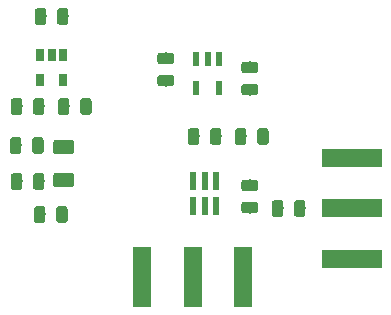
<source format=gbr>
G04 #@! TF.GenerationSoftware,KiCad,Pcbnew,(5.1.4)-1*
G04 #@! TF.CreationDate,2019-09-17T16:36:48-04:00*
G04 #@! TF.ProjectId,amplifier,616d706c-6966-4696-9572-2e6b69636164,rev?*
G04 #@! TF.SameCoordinates,Original*
G04 #@! TF.FileFunction,Paste,Top*
G04 #@! TF.FilePolarity,Positive*
%FSLAX46Y46*%
G04 Gerber Fmt 4.6, Leading zero omitted, Abs format (unit mm)*
G04 Created by KiCad (PCBNEW (5.1.4)-1) date 2019-09-17 16:36:48*
%MOMM*%
%LPD*%
G04 APERTURE LIST*
%ADD10R,0.650000X1.060000*%
%ADD11R,0.558800X1.270000*%
%ADD12C,0.100000*%
%ADD13C,0.975000*%
%ADD14C,1.250000*%
%ADD15R,1.500000X5.080000*%
%ADD16R,5.080000X1.500000*%
%ADD17R,0.530800X1.511200*%
G04 APERTURE END LIST*
D10*
X118552000Y-68156000D03*
X116652000Y-68156000D03*
X116652000Y-65956000D03*
X117602000Y-65956000D03*
X118552000Y-65956000D03*
D11*
X131762500Y-68783200D03*
X129857500Y-68783200D03*
X129857500Y-66344800D03*
X130810000Y-66344800D03*
X131762500Y-66344800D03*
D12*
G36*
X135746642Y-72199174D02*
G01*
X135770303Y-72202684D01*
X135793507Y-72208496D01*
X135816029Y-72216554D01*
X135837653Y-72226782D01*
X135858170Y-72239079D01*
X135877383Y-72253329D01*
X135895107Y-72269393D01*
X135911171Y-72287117D01*
X135925421Y-72306330D01*
X135937718Y-72326847D01*
X135947946Y-72348471D01*
X135956004Y-72370993D01*
X135961816Y-72394197D01*
X135965326Y-72417858D01*
X135966500Y-72441750D01*
X135966500Y-73354250D01*
X135965326Y-73378142D01*
X135961816Y-73401803D01*
X135956004Y-73425007D01*
X135947946Y-73447529D01*
X135937718Y-73469153D01*
X135925421Y-73489670D01*
X135911171Y-73508883D01*
X135895107Y-73526607D01*
X135877383Y-73542671D01*
X135858170Y-73556921D01*
X135837653Y-73569218D01*
X135816029Y-73579446D01*
X135793507Y-73587504D01*
X135770303Y-73593316D01*
X135746642Y-73596826D01*
X135722750Y-73598000D01*
X135235250Y-73598000D01*
X135211358Y-73596826D01*
X135187697Y-73593316D01*
X135164493Y-73587504D01*
X135141971Y-73579446D01*
X135120347Y-73569218D01*
X135099830Y-73556921D01*
X135080617Y-73542671D01*
X135062893Y-73526607D01*
X135046829Y-73508883D01*
X135032579Y-73489670D01*
X135020282Y-73469153D01*
X135010054Y-73447529D01*
X135001996Y-73425007D01*
X134996184Y-73401803D01*
X134992674Y-73378142D01*
X134991500Y-73354250D01*
X134991500Y-72441750D01*
X134992674Y-72417858D01*
X134996184Y-72394197D01*
X135001996Y-72370993D01*
X135010054Y-72348471D01*
X135020282Y-72326847D01*
X135032579Y-72306330D01*
X135046829Y-72287117D01*
X135062893Y-72269393D01*
X135080617Y-72253329D01*
X135099830Y-72239079D01*
X135120347Y-72226782D01*
X135141971Y-72216554D01*
X135164493Y-72208496D01*
X135187697Y-72202684D01*
X135211358Y-72199174D01*
X135235250Y-72198000D01*
X135722750Y-72198000D01*
X135746642Y-72199174D01*
X135746642Y-72199174D01*
G37*
D13*
X135479000Y-72898000D03*
D12*
G36*
X133871642Y-72199174D02*
G01*
X133895303Y-72202684D01*
X133918507Y-72208496D01*
X133941029Y-72216554D01*
X133962653Y-72226782D01*
X133983170Y-72239079D01*
X134002383Y-72253329D01*
X134020107Y-72269393D01*
X134036171Y-72287117D01*
X134050421Y-72306330D01*
X134062718Y-72326847D01*
X134072946Y-72348471D01*
X134081004Y-72370993D01*
X134086816Y-72394197D01*
X134090326Y-72417858D01*
X134091500Y-72441750D01*
X134091500Y-73354250D01*
X134090326Y-73378142D01*
X134086816Y-73401803D01*
X134081004Y-73425007D01*
X134072946Y-73447529D01*
X134062718Y-73469153D01*
X134050421Y-73489670D01*
X134036171Y-73508883D01*
X134020107Y-73526607D01*
X134002383Y-73542671D01*
X133983170Y-73556921D01*
X133962653Y-73569218D01*
X133941029Y-73579446D01*
X133918507Y-73587504D01*
X133895303Y-73593316D01*
X133871642Y-73596826D01*
X133847750Y-73598000D01*
X133360250Y-73598000D01*
X133336358Y-73596826D01*
X133312697Y-73593316D01*
X133289493Y-73587504D01*
X133266971Y-73579446D01*
X133245347Y-73569218D01*
X133224830Y-73556921D01*
X133205617Y-73542671D01*
X133187893Y-73526607D01*
X133171829Y-73508883D01*
X133157579Y-73489670D01*
X133145282Y-73469153D01*
X133135054Y-73447529D01*
X133126996Y-73425007D01*
X133121184Y-73401803D01*
X133117674Y-73378142D01*
X133116500Y-73354250D01*
X133116500Y-72441750D01*
X133117674Y-72417858D01*
X133121184Y-72394197D01*
X133126996Y-72370993D01*
X133135054Y-72348471D01*
X133145282Y-72326847D01*
X133157579Y-72306330D01*
X133171829Y-72287117D01*
X133187893Y-72269393D01*
X133205617Y-72253329D01*
X133224830Y-72239079D01*
X133245347Y-72226782D01*
X133266971Y-72216554D01*
X133289493Y-72208496D01*
X133312697Y-72202684D01*
X133336358Y-72199174D01*
X133360250Y-72198000D01*
X133847750Y-72198000D01*
X133871642Y-72199174D01*
X133871642Y-72199174D01*
G37*
D13*
X133604000Y-72898000D03*
D12*
G36*
X129886142Y-72199174D02*
G01*
X129909803Y-72202684D01*
X129933007Y-72208496D01*
X129955529Y-72216554D01*
X129977153Y-72226782D01*
X129997670Y-72239079D01*
X130016883Y-72253329D01*
X130034607Y-72269393D01*
X130050671Y-72287117D01*
X130064921Y-72306330D01*
X130077218Y-72326847D01*
X130087446Y-72348471D01*
X130095504Y-72370993D01*
X130101316Y-72394197D01*
X130104826Y-72417858D01*
X130106000Y-72441750D01*
X130106000Y-73354250D01*
X130104826Y-73378142D01*
X130101316Y-73401803D01*
X130095504Y-73425007D01*
X130087446Y-73447529D01*
X130077218Y-73469153D01*
X130064921Y-73489670D01*
X130050671Y-73508883D01*
X130034607Y-73526607D01*
X130016883Y-73542671D01*
X129997670Y-73556921D01*
X129977153Y-73569218D01*
X129955529Y-73579446D01*
X129933007Y-73587504D01*
X129909803Y-73593316D01*
X129886142Y-73596826D01*
X129862250Y-73598000D01*
X129374750Y-73598000D01*
X129350858Y-73596826D01*
X129327197Y-73593316D01*
X129303993Y-73587504D01*
X129281471Y-73579446D01*
X129259847Y-73569218D01*
X129239330Y-73556921D01*
X129220117Y-73542671D01*
X129202393Y-73526607D01*
X129186329Y-73508883D01*
X129172079Y-73489670D01*
X129159782Y-73469153D01*
X129149554Y-73447529D01*
X129141496Y-73425007D01*
X129135684Y-73401803D01*
X129132174Y-73378142D01*
X129131000Y-73354250D01*
X129131000Y-72441750D01*
X129132174Y-72417858D01*
X129135684Y-72394197D01*
X129141496Y-72370993D01*
X129149554Y-72348471D01*
X129159782Y-72326847D01*
X129172079Y-72306330D01*
X129186329Y-72287117D01*
X129202393Y-72269393D01*
X129220117Y-72253329D01*
X129239330Y-72239079D01*
X129259847Y-72226782D01*
X129281471Y-72216554D01*
X129303993Y-72208496D01*
X129327197Y-72202684D01*
X129350858Y-72199174D01*
X129374750Y-72198000D01*
X129862250Y-72198000D01*
X129886142Y-72199174D01*
X129886142Y-72199174D01*
G37*
D13*
X129618500Y-72898000D03*
D12*
G36*
X131761142Y-72199174D02*
G01*
X131784803Y-72202684D01*
X131808007Y-72208496D01*
X131830529Y-72216554D01*
X131852153Y-72226782D01*
X131872670Y-72239079D01*
X131891883Y-72253329D01*
X131909607Y-72269393D01*
X131925671Y-72287117D01*
X131939921Y-72306330D01*
X131952218Y-72326847D01*
X131962446Y-72348471D01*
X131970504Y-72370993D01*
X131976316Y-72394197D01*
X131979826Y-72417858D01*
X131981000Y-72441750D01*
X131981000Y-73354250D01*
X131979826Y-73378142D01*
X131976316Y-73401803D01*
X131970504Y-73425007D01*
X131962446Y-73447529D01*
X131952218Y-73469153D01*
X131939921Y-73489670D01*
X131925671Y-73508883D01*
X131909607Y-73526607D01*
X131891883Y-73542671D01*
X131872670Y-73556921D01*
X131852153Y-73569218D01*
X131830529Y-73579446D01*
X131808007Y-73587504D01*
X131784803Y-73593316D01*
X131761142Y-73596826D01*
X131737250Y-73598000D01*
X131249750Y-73598000D01*
X131225858Y-73596826D01*
X131202197Y-73593316D01*
X131178993Y-73587504D01*
X131156471Y-73579446D01*
X131134847Y-73569218D01*
X131114330Y-73556921D01*
X131095117Y-73542671D01*
X131077393Y-73526607D01*
X131061329Y-73508883D01*
X131047079Y-73489670D01*
X131034782Y-73469153D01*
X131024554Y-73447529D01*
X131016496Y-73425007D01*
X131010684Y-73401803D01*
X131007174Y-73378142D01*
X131006000Y-73354250D01*
X131006000Y-72441750D01*
X131007174Y-72417858D01*
X131010684Y-72394197D01*
X131016496Y-72370993D01*
X131024554Y-72348471D01*
X131034782Y-72326847D01*
X131047079Y-72306330D01*
X131061329Y-72287117D01*
X131077393Y-72269393D01*
X131095117Y-72253329D01*
X131114330Y-72239079D01*
X131134847Y-72226782D01*
X131156471Y-72216554D01*
X131178993Y-72208496D01*
X131202197Y-72202684D01*
X131225858Y-72199174D01*
X131249750Y-72198000D01*
X131737250Y-72198000D01*
X131761142Y-72199174D01*
X131761142Y-72199174D01*
G37*
D13*
X131493500Y-72898000D03*
D12*
G36*
X134846142Y-76554174D02*
G01*
X134869803Y-76557684D01*
X134893007Y-76563496D01*
X134915529Y-76571554D01*
X134937153Y-76581782D01*
X134957670Y-76594079D01*
X134976883Y-76608329D01*
X134994607Y-76624393D01*
X135010671Y-76642117D01*
X135024921Y-76661330D01*
X135037218Y-76681847D01*
X135047446Y-76703471D01*
X135055504Y-76725993D01*
X135061316Y-76749197D01*
X135064826Y-76772858D01*
X135066000Y-76796750D01*
X135066000Y-77284250D01*
X135064826Y-77308142D01*
X135061316Y-77331803D01*
X135055504Y-77355007D01*
X135047446Y-77377529D01*
X135037218Y-77399153D01*
X135024921Y-77419670D01*
X135010671Y-77438883D01*
X134994607Y-77456607D01*
X134976883Y-77472671D01*
X134957670Y-77486921D01*
X134937153Y-77499218D01*
X134915529Y-77509446D01*
X134893007Y-77517504D01*
X134869803Y-77523316D01*
X134846142Y-77526826D01*
X134822250Y-77528000D01*
X133909750Y-77528000D01*
X133885858Y-77526826D01*
X133862197Y-77523316D01*
X133838993Y-77517504D01*
X133816471Y-77509446D01*
X133794847Y-77499218D01*
X133774330Y-77486921D01*
X133755117Y-77472671D01*
X133737393Y-77456607D01*
X133721329Y-77438883D01*
X133707079Y-77419670D01*
X133694782Y-77399153D01*
X133684554Y-77377529D01*
X133676496Y-77355007D01*
X133670684Y-77331803D01*
X133667174Y-77308142D01*
X133666000Y-77284250D01*
X133666000Y-76796750D01*
X133667174Y-76772858D01*
X133670684Y-76749197D01*
X133676496Y-76725993D01*
X133684554Y-76703471D01*
X133694782Y-76681847D01*
X133707079Y-76661330D01*
X133721329Y-76642117D01*
X133737393Y-76624393D01*
X133755117Y-76608329D01*
X133774330Y-76594079D01*
X133794847Y-76581782D01*
X133816471Y-76571554D01*
X133838993Y-76563496D01*
X133862197Y-76557684D01*
X133885858Y-76554174D01*
X133909750Y-76553000D01*
X134822250Y-76553000D01*
X134846142Y-76554174D01*
X134846142Y-76554174D01*
G37*
D13*
X134366000Y-77040500D03*
D12*
G36*
X134846142Y-78429174D02*
G01*
X134869803Y-78432684D01*
X134893007Y-78438496D01*
X134915529Y-78446554D01*
X134937153Y-78456782D01*
X134957670Y-78469079D01*
X134976883Y-78483329D01*
X134994607Y-78499393D01*
X135010671Y-78517117D01*
X135024921Y-78536330D01*
X135037218Y-78556847D01*
X135047446Y-78578471D01*
X135055504Y-78600993D01*
X135061316Y-78624197D01*
X135064826Y-78647858D01*
X135066000Y-78671750D01*
X135066000Y-79159250D01*
X135064826Y-79183142D01*
X135061316Y-79206803D01*
X135055504Y-79230007D01*
X135047446Y-79252529D01*
X135037218Y-79274153D01*
X135024921Y-79294670D01*
X135010671Y-79313883D01*
X134994607Y-79331607D01*
X134976883Y-79347671D01*
X134957670Y-79361921D01*
X134937153Y-79374218D01*
X134915529Y-79384446D01*
X134893007Y-79392504D01*
X134869803Y-79398316D01*
X134846142Y-79401826D01*
X134822250Y-79403000D01*
X133909750Y-79403000D01*
X133885858Y-79401826D01*
X133862197Y-79398316D01*
X133838993Y-79392504D01*
X133816471Y-79384446D01*
X133794847Y-79374218D01*
X133774330Y-79361921D01*
X133755117Y-79347671D01*
X133737393Y-79331607D01*
X133721329Y-79313883D01*
X133707079Y-79294670D01*
X133694782Y-79274153D01*
X133684554Y-79252529D01*
X133676496Y-79230007D01*
X133670684Y-79206803D01*
X133667174Y-79183142D01*
X133666000Y-79159250D01*
X133666000Y-78671750D01*
X133667174Y-78647858D01*
X133670684Y-78624197D01*
X133676496Y-78600993D01*
X133684554Y-78578471D01*
X133694782Y-78556847D01*
X133707079Y-78536330D01*
X133721329Y-78517117D01*
X133737393Y-78499393D01*
X133755117Y-78483329D01*
X133774330Y-78469079D01*
X133794847Y-78456782D01*
X133816471Y-78446554D01*
X133838993Y-78438496D01*
X133862197Y-78432684D01*
X133885858Y-78429174D01*
X133909750Y-78428000D01*
X134822250Y-78428000D01*
X134846142Y-78429174D01*
X134846142Y-78429174D01*
G37*
D13*
X134366000Y-78915500D03*
D12*
G36*
X138873142Y-78295174D02*
G01*
X138896803Y-78298684D01*
X138920007Y-78304496D01*
X138942529Y-78312554D01*
X138964153Y-78322782D01*
X138984670Y-78335079D01*
X139003883Y-78349329D01*
X139021607Y-78365393D01*
X139037671Y-78383117D01*
X139051921Y-78402330D01*
X139064218Y-78422847D01*
X139074446Y-78444471D01*
X139082504Y-78466993D01*
X139088316Y-78490197D01*
X139091826Y-78513858D01*
X139093000Y-78537750D01*
X139093000Y-79450250D01*
X139091826Y-79474142D01*
X139088316Y-79497803D01*
X139082504Y-79521007D01*
X139074446Y-79543529D01*
X139064218Y-79565153D01*
X139051921Y-79585670D01*
X139037671Y-79604883D01*
X139021607Y-79622607D01*
X139003883Y-79638671D01*
X138984670Y-79652921D01*
X138964153Y-79665218D01*
X138942529Y-79675446D01*
X138920007Y-79683504D01*
X138896803Y-79689316D01*
X138873142Y-79692826D01*
X138849250Y-79694000D01*
X138361750Y-79694000D01*
X138337858Y-79692826D01*
X138314197Y-79689316D01*
X138290993Y-79683504D01*
X138268471Y-79675446D01*
X138246847Y-79665218D01*
X138226330Y-79652921D01*
X138207117Y-79638671D01*
X138189393Y-79622607D01*
X138173329Y-79604883D01*
X138159079Y-79585670D01*
X138146782Y-79565153D01*
X138136554Y-79543529D01*
X138128496Y-79521007D01*
X138122684Y-79497803D01*
X138119174Y-79474142D01*
X138118000Y-79450250D01*
X138118000Y-78537750D01*
X138119174Y-78513858D01*
X138122684Y-78490197D01*
X138128496Y-78466993D01*
X138136554Y-78444471D01*
X138146782Y-78422847D01*
X138159079Y-78402330D01*
X138173329Y-78383117D01*
X138189393Y-78365393D01*
X138207117Y-78349329D01*
X138226330Y-78335079D01*
X138246847Y-78322782D01*
X138268471Y-78312554D01*
X138290993Y-78304496D01*
X138314197Y-78298684D01*
X138337858Y-78295174D01*
X138361750Y-78294000D01*
X138849250Y-78294000D01*
X138873142Y-78295174D01*
X138873142Y-78295174D01*
G37*
D13*
X138605500Y-78994000D03*
D12*
G36*
X136998142Y-78295174D02*
G01*
X137021803Y-78298684D01*
X137045007Y-78304496D01*
X137067529Y-78312554D01*
X137089153Y-78322782D01*
X137109670Y-78335079D01*
X137128883Y-78349329D01*
X137146607Y-78365393D01*
X137162671Y-78383117D01*
X137176921Y-78402330D01*
X137189218Y-78422847D01*
X137199446Y-78444471D01*
X137207504Y-78466993D01*
X137213316Y-78490197D01*
X137216826Y-78513858D01*
X137218000Y-78537750D01*
X137218000Y-79450250D01*
X137216826Y-79474142D01*
X137213316Y-79497803D01*
X137207504Y-79521007D01*
X137199446Y-79543529D01*
X137189218Y-79565153D01*
X137176921Y-79585670D01*
X137162671Y-79604883D01*
X137146607Y-79622607D01*
X137128883Y-79638671D01*
X137109670Y-79652921D01*
X137089153Y-79665218D01*
X137067529Y-79675446D01*
X137045007Y-79683504D01*
X137021803Y-79689316D01*
X136998142Y-79692826D01*
X136974250Y-79694000D01*
X136486750Y-79694000D01*
X136462858Y-79692826D01*
X136439197Y-79689316D01*
X136415993Y-79683504D01*
X136393471Y-79675446D01*
X136371847Y-79665218D01*
X136351330Y-79652921D01*
X136332117Y-79638671D01*
X136314393Y-79622607D01*
X136298329Y-79604883D01*
X136284079Y-79585670D01*
X136271782Y-79565153D01*
X136261554Y-79543529D01*
X136253496Y-79521007D01*
X136247684Y-79497803D01*
X136244174Y-79474142D01*
X136243000Y-79450250D01*
X136243000Y-78537750D01*
X136244174Y-78513858D01*
X136247684Y-78490197D01*
X136253496Y-78466993D01*
X136261554Y-78444471D01*
X136271782Y-78422847D01*
X136284079Y-78402330D01*
X136298329Y-78383117D01*
X136314393Y-78365393D01*
X136332117Y-78349329D01*
X136351330Y-78335079D01*
X136371847Y-78322782D01*
X136393471Y-78312554D01*
X136415993Y-78304496D01*
X136439197Y-78298684D01*
X136462858Y-78295174D01*
X136486750Y-78294000D01*
X136974250Y-78294000D01*
X136998142Y-78295174D01*
X136998142Y-78295174D01*
G37*
D13*
X136730500Y-78994000D03*
D12*
G36*
X119267504Y-75960204D02*
G01*
X119291773Y-75963804D01*
X119315571Y-75969765D01*
X119338671Y-75978030D01*
X119360849Y-75988520D01*
X119381893Y-76001133D01*
X119401598Y-76015747D01*
X119419777Y-76032223D01*
X119436253Y-76050402D01*
X119450867Y-76070107D01*
X119463480Y-76091151D01*
X119473970Y-76113329D01*
X119482235Y-76136429D01*
X119488196Y-76160227D01*
X119491796Y-76184496D01*
X119493000Y-76209000D01*
X119493000Y-76959000D01*
X119491796Y-76983504D01*
X119488196Y-77007773D01*
X119482235Y-77031571D01*
X119473970Y-77054671D01*
X119463480Y-77076849D01*
X119450867Y-77097893D01*
X119436253Y-77117598D01*
X119419777Y-77135777D01*
X119401598Y-77152253D01*
X119381893Y-77166867D01*
X119360849Y-77179480D01*
X119338671Y-77189970D01*
X119315571Y-77198235D01*
X119291773Y-77204196D01*
X119267504Y-77207796D01*
X119243000Y-77209000D01*
X117993000Y-77209000D01*
X117968496Y-77207796D01*
X117944227Y-77204196D01*
X117920429Y-77198235D01*
X117897329Y-77189970D01*
X117875151Y-77179480D01*
X117854107Y-77166867D01*
X117834402Y-77152253D01*
X117816223Y-77135777D01*
X117799747Y-77117598D01*
X117785133Y-77097893D01*
X117772520Y-77076849D01*
X117762030Y-77054671D01*
X117753765Y-77031571D01*
X117747804Y-77007773D01*
X117744204Y-76983504D01*
X117743000Y-76959000D01*
X117743000Y-76209000D01*
X117744204Y-76184496D01*
X117747804Y-76160227D01*
X117753765Y-76136429D01*
X117762030Y-76113329D01*
X117772520Y-76091151D01*
X117785133Y-76070107D01*
X117799747Y-76050402D01*
X117816223Y-76032223D01*
X117834402Y-76015747D01*
X117854107Y-76001133D01*
X117875151Y-75988520D01*
X117897329Y-75978030D01*
X117920429Y-75969765D01*
X117944227Y-75963804D01*
X117968496Y-75960204D01*
X117993000Y-75959000D01*
X119243000Y-75959000D01*
X119267504Y-75960204D01*
X119267504Y-75960204D01*
G37*
D14*
X118618000Y-76584000D03*
D12*
G36*
X119267504Y-73160204D02*
G01*
X119291773Y-73163804D01*
X119315571Y-73169765D01*
X119338671Y-73178030D01*
X119360849Y-73188520D01*
X119381893Y-73201133D01*
X119401598Y-73215747D01*
X119419777Y-73232223D01*
X119436253Y-73250402D01*
X119450867Y-73270107D01*
X119463480Y-73291151D01*
X119473970Y-73313329D01*
X119482235Y-73336429D01*
X119488196Y-73360227D01*
X119491796Y-73384496D01*
X119493000Y-73409000D01*
X119493000Y-74159000D01*
X119491796Y-74183504D01*
X119488196Y-74207773D01*
X119482235Y-74231571D01*
X119473970Y-74254671D01*
X119463480Y-74276849D01*
X119450867Y-74297893D01*
X119436253Y-74317598D01*
X119419777Y-74335777D01*
X119401598Y-74352253D01*
X119381893Y-74366867D01*
X119360849Y-74379480D01*
X119338671Y-74389970D01*
X119315571Y-74398235D01*
X119291773Y-74404196D01*
X119267504Y-74407796D01*
X119243000Y-74409000D01*
X117993000Y-74409000D01*
X117968496Y-74407796D01*
X117944227Y-74404196D01*
X117920429Y-74398235D01*
X117897329Y-74389970D01*
X117875151Y-74379480D01*
X117854107Y-74366867D01*
X117834402Y-74352253D01*
X117816223Y-74335777D01*
X117799747Y-74317598D01*
X117785133Y-74297893D01*
X117772520Y-74276849D01*
X117762030Y-74254671D01*
X117753765Y-74231571D01*
X117747804Y-74207773D01*
X117744204Y-74183504D01*
X117743000Y-74159000D01*
X117743000Y-73409000D01*
X117744204Y-73384496D01*
X117747804Y-73360227D01*
X117753765Y-73336429D01*
X117762030Y-73313329D01*
X117772520Y-73291151D01*
X117785133Y-73270107D01*
X117799747Y-73250402D01*
X117816223Y-73232223D01*
X117834402Y-73215747D01*
X117854107Y-73201133D01*
X117875151Y-73188520D01*
X117897329Y-73178030D01*
X117920429Y-73169765D01*
X117944227Y-73163804D01*
X117968496Y-73160204D01*
X117993000Y-73159000D01*
X119243000Y-73159000D01*
X119267504Y-73160204D01*
X119267504Y-73160204D01*
G37*
D14*
X118618000Y-73784000D03*
D15*
X129540000Y-84836000D03*
X133790000Y-84836000D03*
X125290000Y-84836000D03*
D16*
X143002000Y-78994000D03*
X143002000Y-74744000D03*
X143002000Y-83244000D03*
D12*
G36*
X116853642Y-78803174D02*
G01*
X116877303Y-78806684D01*
X116900507Y-78812496D01*
X116923029Y-78820554D01*
X116944653Y-78830782D01*
X116965170Y-78843079D01*
X116984383Y-78857329D01*
X117002107Y-78873393D01*
X117018171Y-78891117D01*
X117032421Y-78910330D01*
X117044718Y-78930847D01*
X117054946Y-78952471D01*
X117063004Y-78974993D01*
X117068816Y-78998197D01*
X117072326Y-79021858D01*
X117073500Y-79045750D01*
X117073500Y-79958250D01*
X117072326Y-79982142D01*
X117068816Y-80005803D01*
X117063004Y-80029007D01*
X117054946Y-80051529D01*
X117044718Y-80073153D01*
X117032421Y-80093670D01*
X117018171Y-80112883D01*
X117002107Y-80130607D01*
X116984383Y-80146671D01*
X116965170Y-80160921D01*
X116944653Y-80173218D01*
X116923029Y-80183446D01*
X116900507Y-80191504D01*
X116877303Y-80197316D01*
X116853642Y-80200826D01*
X116829750Y-80202000D01*
X116342250Y-80202000D01*
X116318358Y-80200826D01*
X116294697Y-80197316D01*
X116271493Y-80191504D01*
X116248971Y-80183446D01*
X116227347Y-80173218D01*
X116206830Y-80160921D01*
X116187617Y-80146671D01*
X116169893Y-80130607D01*
X116153829Y-80112883D01*
X116139579Y-80093670D01*
X116127282Y-80073153D01*
X116117054Y-80051529D01*
X116108996Y-80029007D01*
X116103184Y-80005803D01*
X116099674Y-79982142D01*
X116098500Y-79958250D01*
X116098500Y-79045750D01*
X116099674Y-79021858D01*
X116103184Y-78998197D01*
X116108996Y-78974993D01*
X116117054Y-78952471D01*
X116127282Y-78930847D01*
X116139579Y-78910330D01*
X116153829Y-78891117D01*
X116169893Y-78873393D01*
X116187617Y-78857329D01*
X116206830Y-78843079D01*
X116227347Y-78830782D01*
X116248971Y-78820554D01*
X116271493Y-78812496D01*
X116294697Y-78806684D01*
X116318358Y-78803174D01*
X116342250Y-78802000D01*
X116829750Y-78802000D01*
X116853642Y-78803174D01*
X116853642Y-78803174D01*
G37*
D13*
X116586000Y-79502000D03*
D12*
G36*
X118728642Y-78803174D02*
G01*
X118752303Y-78806684D01*
X118775507Y-78812496D01*
X118798029Y-78820554D01*
X118819653Y-78830782D01*
X118840170Y-78843079D01*
X118859383Y-78857329D01*
X118877107Y-78873393D01*
X118893171Y-78891117D01*
X118907421Y-78910330D01*
X118919718Y-78930847D01*
X118929946Y-78952471D01*
X118938004Y-78974993D01*
X118943816Y-78998197D01*
X118947326Y-79021858D01*
X118948500Y-79045750D01*
X118948500Y-79958250D01*
X118947326Y-79982142D01*
X118943816Y-80005803D01*
X118938004Y-80029007D01*
X118929946Y-80051529D01*
X118919718Y-80073153D01*
X118907421Y-80093670D01*
X118893171Y-80112883D01*
X118877107Y-80130607D01*
X118859383Y-80146671D01*
X118840170Y-80160921D01*
X118819653Y-80173218D01*
X118798029Y-80183446D01*
X118775507Y-80191504D01*
X118752303Y-80197316D01*
X118728642Y-80200826D01*
X118704750Y-80202000D01*
X118217250Y-80202000D01*
X118193358Y-80200826D01*
X118169697Y-80197316D01*
X118146493Y-80191504D01*
X118123971Y-80183446D01*
X118102347Y-80173218D01*
X118081830Y-80160921D01*
X118062617Y-80146671D01*
X118044893Y-80130607D01*
X118028829Y-80112883D01*
X118014579Y-80093670D01*
X118002282Y-80073153D01*
X117992054Y-80051529D01*
X117983996Y-80029007D01*
X117978184Y-80005803D01*
X117974674Y-79982142D01*
X117973500Y-79958250D01*
X117973500Y-79045750D01*
X117974674Y-79021858D01*
X117978184Y-78998197D01*
X117983996Y-78974993D01*
X117992054Y-78952471D01*
X118002282Y-78930847D01*
X118014579Y-78910330D01*
X118028829Y-78891117D01*
X118044893Y-78873393D01*
X118062617Y-78857329D01*
X118081830Y-78843079D01*
X118102347Y-78830782D01*
X118123971Y-78820554D01*
X118146493Y-78812496D01*
X118169697Y-78806684D01*
X118193358Y-78803174D01*
X118217250Y-78802000D01*
X118704750Y-78802000D01*
X118728642Y-78803174D01*
X118728642Y-78803174D01*
G37*
D13*
X118461000Y-79502000D03*
D12*
G36*
X114900142Y-76009174D02*
G01*
X114923803Y-76012684D01*
X114947007Y-76018496D01*
X114969529Y-76026554D01*
X114991153Y-76036782D01*
X115011670Y-76049079D01*
X115030883Y-76063329D01*
X115048607Y-76079393D01*
X115064671Y-76097117D01*
X115078921Y-76116330D01*
X115091218Y-76136847D01*
X115101446Y-76158471D01*
X115109504Y-76180993D01*
X115115316Y-76204197D01*
X115118826Y-76227858D01*
X115120000Y-76251750D01*
X115120000Y-77164250D01*
X115118826Y-77188142D01*
X115115316Y-77211803D01*
X115109504Y-77235007D01*
X115101446Y-77257529D01*
X115091218Y-77279153D01*
X115078921Y-77299670D01*
X115064671Y-77318883D01*
X115048607Y-77336607D01*
X115030883Y-77352671D01*
X115011670Y-77366921D01*
X114991153Y-77379218D01*
X114969529Y-77389446D01*
X114947007Y-77397504D01*
X114923803Y-77403316D01*
X114900142Y-77406826D01*
X114876250Y-77408000D01*
X114388750Y-77408000D01*
X114364858Y-77406826D01*
X114341197Y-77403316D01*
X114317993Y-77397504D01*
X114295471Y-77389446D01*
X114273847Y-77379218D01*
X114253330Y-77366921D01*
X114234117Y-77352671D01*
X114216393Y-77336607D01*
X114200329Y-77318883D01*
X114186079Y-77299670D01*
X114173782Y-77279153D01*
X114163554Y-77257529D01*
X114155496Y-77235007D01*
X114149684Y-77211803D01*
X114146174Y-77188142D01*
X114145000Y-77164250D01*
X114145000Y-76251750D01*
X114146174Y-76227858D01*
X114149684Y-76204197D01*
X114155496Y-76180993D01*
X114163554Y-76158471D01*
X114173782Y-76136847D01*
X114186079Y-76116330D01*
X114200329Y-76097117D01*
X114216393Y-76079393D01*
X114234117Y-76063329D01*
X114253330Y-76049079D01*
X114273847Y-76036782D01*
X114295471Y-76026554D01*
X114317993Y-76018496D01*
X114341197Y-76012684D01*
X114364858Y-76009174D01*
X114388750Y-76008000D01*
X114876250Y-76008000D01*
X114900142Y-76009174D01*
X114900142Y-76009174D01*
G37*
D13*
X114632500Y-76708000D03*
D12*
G36*
X116775142Y-76009174D02*
G01*
X116798803Y-76012684D01*
X116822007Y-76018496D01*
X116844529Y-76026554D01*
X116866153Y-76036782D01*
X116886670Y-76049079D01*
X116905883Y-76063329D01*
X116923607Y-76079393D01*
X116939671Y-76097117D01*
X116953921Y-76116330D01*
X116966218Y-76136847D01*
X116976446Y-76158471D01*
X116984504Y-76180993D01*
X116990316Y-76204197D01*
X116993826Y-76227858D01*
X116995000Y-76251750D01*
X116995000Y-77164250D01*
X116993826Y-77188142D01*
X116990316Y-77211803D01*
X116984504Y-77235007D01*
X116976446Y-77257529D01*
X116966218Y-77279153D01*
X116953921Y-77299670D01*
X116939671Y-77318883D01*
X116923607Y-77336607D01*
X116905883Y-77352671D01*
X116886670Y-77366921D01*
X116866153Y-77379218D01*
X116844529Y-77389446D01*
X116822007Y-77397504D01*
X116798803Y-77403316D01*
X116775142Y-77406826D01*
X116751250Y-77408000D01*
X116263750Y-77408000D01*
X116239858Y-77406826D01*
X116216197Y-77403316D01*
X116192993Y-77397504D01*
X116170471Y-77389446D01*
X116148847Y-77379218D01*
X116128330Y-77366921D01*
X116109117Y-77352671D01*
X116091393Y-77336607D01*
X116075329Y-77318883D01*
X116061079Y-77299670D01*
X116048782Y-77279153D01*
X116038554Y-77257529D01*
X116030496Y-77235007D01*
X116024684Y-77211803D01*
X116021174Y-77188142D01*
X116020000Y-77164250D01*
X116020000Y-76251750D01*
X116021174Y-76227858D01*
X116024684Y-76204197D01*
X116030496Y-76180993D01*
X116038554Y-76158471D01*
X116048782Y-76136847D01*
X116061079Y-76116330D01*
X116075329Y-76097117D01*
X116091393Y-76079393D01*
X116109117Y-76063329D01*
X116128330Y-76049079D01*
X116148847Y-76036782D01*
X116170471Y-76026554D01*
X116192993Y-76018496D01*
X116216197Y-76012684D01*
X116239858Y-76009174D01*
X116263750Y-76008000D01*
X116751250Y-76008000D01*
X116775142Y-76009174D01*
X116775142Y-76009174D01*
G37*
D13*
X116507500Y-76708000D03*
D12*
G36*
X114821642Y-72961174D02*
G01*
X114845303Y-72964684D01*
X114868507Y-72970496D01*
X114891029Y-72978554D01*
X114912653Y-72988782D01*
X114933170Y-73001079D01*
X114952383Y-73015329D01*
X114970107Y-73031393D01*
X114986171Y-73049117D01*
X115000421Y-73068330D01*
X115012718Y-73088847D01*
X115022946Y-73110471D01*
X115031004Y-73132993D01*
X115036816Y-73156197D01*
X115040326Y-73179858D01*
X115041500Y-73203750D01*
X115041500Y-74116250D01*
X115040326Y-74140142D01*
X115036816Y-74163803D01*
X115031004Y-74187007D01*
X115022946Y-74209529D01*
X115012718Y-74231153D01*
X115000421Y-74251670D01*
X114986171Y-74270883D01*
X114970107Y-74288607D01*
X114952383Y-74304671D01*
X114933170Y-74318921D01*
X114912653Y-74331218D01*
X114891029Y-74341446D01*
X114868507Y-74349504D01*
X114845303Y-74355316D01*
X114821642Y-74358826D01*
X114797750Y-74360000D01*
X114310250Y-74360000D01*
X114286358Y-74358826D01*
X114262697Y-74355316D01*
X114239493Y-74349504D01*
X114216971Y-74341446D01*
X114195347Y-74331218D01*
X114174830Y-74318921D01*
X114155617Y-74304671D01*
X114137893Y-74288607D01*
X114121829Y-74270883D01*
X114107579Y-74251670D01*
X114095282Y-74231153D01*
X114085054Y-74209529D01*
X114076996Y-74187007D01*
X114071184Y-74163803D01*
X114067674Y-74140142D01*
X114066500Y-74116250D01*
X114066500Y-73203750D01*
X114067674Y-73179858D01*
X114071184Y-73156197D01*
X114076996Y-73132993D01*
X114085054Y-73110471D01*
X114095282Y-73088847D01*
X114107579Y-73068330D01*
X114121829Y-73049117D01*
X114137893Y-73031393D01*
X114155617Y-73015329D01*
X114174830Y-73001079D01*
X114195347Y-72988782D01*
X114216971Y-72978554D01*
X114239493Y-72970496D01*
X114262697Y-72964684D01*
X114286358Y-72961174D01*
X114310250Y-72960000D01*
X114797750Y-72960000D01*
X114821642Y-72961174D01*
X114821642Y-72961174D01*
G37*
D13*
X114554000Y-73660000D03*
D12*
G36*
X116696642Y-72961174D02*
G01*
X116720303Y-72964684D01*
X116743507Y-72970496D01*
X116766029Y-72978554D01*
X116787653Y-72988782D01*
X116808170Y-73001079D01*
X116827383Y-73015329D01*
X116845107Y-73031393D01*
X116861171Y-73049117D01*
X116875421Y-73068330D01*
X116887718Y-73088847D01*
X116897946Y-73110471D01*
X116906004Y-73132993D01*
X116911816Y-73156197D01*
X116915326Y-73179858D01*
X116916500Y-73203750D01*
X116916500Y-74116250D01*
X116915326Y-74140142D01*
X116911816Y-74163803D01*
X116906004Y-74187007D01*
X116897946Y-74209529D01*
X116887718Y-74231153D01*
X116875421Y-74251670D01*
X116861171Y-74270883D01*
X116845107Y-74288607D01*
X116827383Y-74304671D01*
X116808170Y-74318921D01*
X116787653Y-74331218D01*
X116766029Y-74341446D01*
X116743507Y-74349504D01*
X116720303Y-74355316D01*
X116696642Y-74358826D01*
X116672750Y-74360000D01*
X116185250Y-74360000D01*
X116161358Y-74358826D01*
X116137697Y-74355316D01*
X116114493Y-74349504D01*
X116091971Y-74341446D01*
X116070347Y-74331218D01*
X116049830Y-74318921D01*
X116030617Y-74304671D01*
X116012893Y-74288607D01*
X115996829Y-74270883D01*
X115982579Y-74251670D01*
X115970282Y-74231153D01*
X115960054Y-74209529D01*
X115951996Y-74187007D01*
X115946184Y-74163803D01*
X115942674Y-74140142D01*
X115941500Y-74116250D01*
X115941500Y-73203750D01*
X115942674Y-73179858D01*
X115946184Y-73156197D01*
X115951996Y-73132993D01*
X115960054Y-73110471D01*
X115970282Y-73088847D01*
X115982579Y-73068330D01*
X115996829Y-73049117D01*
X116012893Y-73031393D01*
X116030617Y-73015329D01*
X116049830Y-73001079D01*
X116070347Y-72988782D01*
X116091971Y-72978554D01*
X116114493Y-72970496D01*
X116137697Y-72964684D01*
X116161358Y-72961174D01*
X116185250Y-72960000D01*
X116672750Y-72960000D01*
X116696642Y-72961174D01*
X116696642Y-72961174D01*
G37*
D13*
X116429000Y-73660000D03*
D12*
G36*
X120760642Y-69659174D02*
G01*
X120784303Y-69662684D01*
X120807507Y-69668496D01*
X120830029Y-69676554D01*
X120851653Y-69686782D01*
X120872170Y-69699079D01*
X120891383Y-69713329D01*
X120909107Y-69729393D01*
X120925171Y-69747117D01*
X120939421Y-69766330D01*
X120951718Y-69786847D01*
X120961946Y-69808471D01*
X120970004Y-69830993D01*
X120975816Y-69854197D01*
X120979326Y-69877858D01*
X120980500Y-69901750D01*
X120980500Y-70814250D01*
X120979326Y-70838142D01*
X120975816Y-70861803D01*
X120970004Y-70885007D01*
X120961946Y-70907529D01*
X120951718Y-70929153D01*
X120939421Y-70949670D01*
X120925171Y-70968883D01*
X120909107Y-70986607D01*
X120891383Y-71002671D01*
X120872170Y-71016921D01*
X120851653Y-71029218D01*
X120830029Y-71039446D01*
X120807507Y-71047504D01*
X120784303Y-71053316D01*
X120760642Y-71056826D01*
X120736750Y-71058000D01*
X120249250Y-71058000D01*
X120225358Y-71056826D01*
X120201697Y-71053316D01*
X120178493Y-71047504D01*
X120155971Y-71039446D01*
X120134347Y-71029218D01*
X120113830Y-71016921D01*
X120094617Y-71002671D01*
X120076893Y-70986607D01*
X120060829Y-70968883D01*
X120046579Y-70949670D01*
X120034282Y-70929153D01*
X120024054Y-70907529D01*
X120015996Y-70885007D01*
X120010184Y-70861803D01*
X120006674Y-70838142D01*
X120005500Y-70814250D01*
X120005500Y-69901750D01*
X120006674Y-69877858D01*
X120010184Y-69854197D01*
X120015996Y-69830993D01*
X120024054Y-69808471D01*
X120034282Y-69786847D01*
X120046579Y-69766330D01*
X120060829Y-69747117D01*
X120076893Y-69729393D01*
X120094617Y-69713329D01*
X120113830Y-69699079D01*
X120134347Y-69686782D01*
X120155971Y-69676554D01*
X120178493Y-69668496D01*
X120201697Y-69662684D01*
X120225358Y-69659174D01*
X120249250Y-69658000D01*
X120736750Y-69658000D01*
X120760642Y-69659174D01*
X120760642Y-69659174D01*
G37*
D13*
X120493000Y-70358000D03*
D12*
G36*
X118885642Y-69659174D02*
G01*
X118909303Y-69662684D01*
X118932507Y-69668496D01*
X118955029Y-69676554D01*
X118976653Y-69686782D01*
X118997170Y-69699079D01*
X119016383Y-69713329D01*
X119034107Y-69729393D01*
X119050171Y-69747117D01*
X119064421Y-69766330D01*
X119076718Y-69786847D01*
X119086946Y-69808471D01*
X119095004Y-69830993D01*
X119100816Y-69854197D01*
X119104326Y-69877858D01*
X119105500Y-69901750D01*
X119105500Y-70814250D01*
X119104326Y-70838142D01*
X119100816Y-70861803D01*
X119095004Y-70885007D01*
X119086946Y-70907529D01*
X119076718Y-70929153D01*
X119064421Y-70949670D01*
X119050171Y-70968883D01*
X119034107Y-70986607D01*
X119016383Y-71002671D01*
X118997170Y-71016921D01*
X118976653Y-71029218D01*
X118955029Y-71039446D01*
X118932507Y-71047504D01*
X118909303Y-71053316D01*
X118885642Y-71056826D01*
X118861750Y-71058000D01*
X118374250Y-71058000D01*
X118350358Y-71056826D01*
X118326697Y-71053316D01*
X118303493Y-71047504D01*
X118280971Y-71039446D01*
X118259347Y-71029218D01*
X118238830Y-71016921D01*
X118219617Y-71002671D01*
X118201893Y-70986607D01*
X118185829Y-70968883D01*
X118171579Y-70949670D01*
X118159282Y-70929153D01*
X118149054Y-70907529D01*
X118140996Y-70885007D01*
X118135184Y-70861803D01*
X118131674Y-70838142D01*
X118130500Y-70814250D01*
X118130500Y-69901750D01*
X118131674Y-69877858D01*
X118135184Y-69854197D01*
X118140996Y-69830993D01*
X118149054Y-69808471D01*
X118159282Y-69786847D01*
X118171579Y-69766330D01*
X118185829Y-69747117D01*
X118201893Y-69729393D01*
X118219617Y-69713329D01*
X118238830Y-69699079D01*
X118259347Y-69686782D01*
X118280971Y-69676554D01*
X118303493Y-69668496D01*
X118326697Y-69662684D01*
X118350358Y-69659174D01*
X118374250Y-69658000D01*
X118861750Y-69658000D01*
X118885642Y-69659174D01*
X118885642Y-69659174D01*
G37*
D13*
X118618000Y-70358000D03*
D12*
G36*
X114900142Y-69659174D02*
G01*
X114923803Y-69662684D01*
X114947007Y-69668496D01*
X114969529Y-69676554D01*
X114991153Y-69686782D01*
X115011670Y-69699079D01*
X115030883Y-69713329D01*
X115048607Y-69729393D01*
X115064671Y-69747117D01*
X115078921Y-69766330D01*
X115091218Y-69786847D01*
X115101446Y-69808471D01*
X115109504Y-69830993D01*
X115115316Y-69854197D01*
X115118826Y-69877858D01*
X115120000Y-69901750D01*
X115120000Y-70814250D01*
X115118826Y-70838142D01*
X115115316Y-70861803D01*
X115109504Y-70885007D01*
X115101446Y-70907529D01*
X115091218Y-70929153D01*
X115078921Y-70949670D01*
X115064671Y-70968883D01*
X115048607Y-70986607D01*
X115030883Y-71002671D01*
X115011670Y-71016921D01*
X114991153Y-71029218D01*
X114969529Y-71039446D01*
X114947007Y-71047504D01*
X114923803Y-71053316D01*
X114900142Y-71056826D01*
X114876250Y-71058000D01*
X114388750Y-71058000D01*
X114364858Y-71056826D01*
X114341197Y-71053316D01*
X114317993Y-71047504D01*
X114295471Y-71039446D01*
X114273847Y-71029218D01*
X114253330Y-71016921D01*
X114234117Y-71002671D01*
X114216393Y-70986607D01*
X114200329Y-70968883D01*
X114186079Y-70949670D01*
X114173782Y-70929153D01*
X114163554Y-70907529D01*
X114155496Y-70885007D01*
X114149684Y-70861803D01*
X114146174Y-70838142D01*
X114145000Y-70814250D01*
X114145000Y-69901750D01*
X114146174Y-69877858D01*
X114149684Y-69854197D01*
X114155496Y-69830993D01*
X114163554Y-69808471D01*
X114173782Y-69786847D01*
X114186079Y-69766330D01*
X114200329Y-69747117D01*
X114216393Y-69729393D01*
X114234117Y-69713329D01*
X114253330Y-69699079D01*
X114273847Y-69686782D01*
X114295471Y-69676554D01*
X114317993Y-69668496D01*
X114341197Y-69662684D01*
X114364858Y-69659174D01*
X114388750Y-69658000D01*
X114876250Y-69658000D01*
X114900142Y-69659174D01*
X114900142Y-69659174D01*
G37*
D13*
X114632500Y-70358000D03*
D12*
G36*
X116775142Y-69659174D02*
G01*
X116798803Y-69662684D01*
X116822007Y-69668496D01*
X116844529Y-69676554D01*
X116866153Y-69686782D01*
X116886670Y-69699079D01*
X116905883Y-69713329D01*
X116923607Y-69729393D01*
X116939671Y-69747117D01*
X116953921Y-69766330D01*
X116966218Y-69786847D01*
X116976446Y-69808471D01*
X116984504Y-69830993D01*
X116990316Y-69854197D01*
X116993826Y-69877858D01*
X116995000Y-69901750D01*
X116995000Y-70814250D01*
X116993826Y-70838142D01*
X116990316Y-70861803D01*
X116984504Y-70885007D01*
X116976446Y-70907529D01*
X116966218Y-70929153D01*
X116953921Y-70949670D01*
X116939671Y-70968883D01*
X116923607Y-70986607D01*
X116905883Y-71002671D01*
X116886670Y-71016921D01*
X116866153Y-71029218D01*
X116844529Y-71039446D01*
X116822007Y-71047504D01*
X116798803Y-71053316D01*
X116775142Y-71056826D01*
X116751250Y-71058000D01*
X116263750Y-71058000D01*
X116239858Y-71056826D01*
X116216197Y-71053316D01*
X116192993Y-71047504D01*
X116170471Y-71039446D01*
X116148847Y-71029218D01*
X116128330Y-71016921D01*
X116109117Y-71002671D01*
X116091393Y-70986607D01*
X116075329Y-70968883D01*
X116061079Y-70949670D01*
X116048782Y-70929153D01*
X116038554Y-70907529D01*
X116030496Y-70885007D01*
X116024684Y-70861803D01*
X116021174Y-70838142D01*
X116020000Y-70814250D01*
X116020000Y-69901750D01*
X116021174Y-69877858D01*
X116024684Y-69854197D01*
X116030496Y-69830993D01*
X116038554Y-69808471D01*
X116048782Y-69786847D01*
X116061079Y-69766330D01*
X116075329Y-69747117D01*
X116091393Y-69729393D01*
X116109117Y-69713329D01*
X116128330Y-69699079D01*
X116148847Y-69686782D01*
X116170471Y-69676554D01*
X116192993Y-69668496D01*
X116216197Y-69662684D01*
X116239858Y-69659174D01*
X116263750Y-69658000D01*
X116751250Y-69658000D01*
X116775142Y-69659174D01*
X116775142Y-69659174D01*
G37*
D13*
X116507500Y-70358000D03*
D12*
G36*
X116932142Y-62039174D02*
G01*
X116955803Y-62042684D01*
X116979007Y-62048496D01*
X117001529Y-62056554D01*
X117023153Y-62066782D01*
X117043670Y-62079079D01*
X117062883Y-62093329D01*
X117080607Y-62109393D01*
X117096671Y-62127117D01*
X117110921Y-62146330D01*
X117123218Y-62166847D01*
X117133446Y-62188471D01*
X117141504Y-62210993D01*
X117147316Y-62234197D01*
X117150826Y-62257858D01*
X117152000Y-62281750D01*
X117152000Y-63194250D01*
X117150826Y-63218142D01*
X117147316Y-63241803D01*
X117141504Y-63265007D01*
X117133446Y-63287529D01*
X117123218Y-63309153D01*
X117110921Y-63329670D01*
X117096671Y-63348883D01*
X117080607Y-63366607D01*
X117062883Y-63382671D01*
X117043670Y-63396921D01*
X117023153Y-63409218D01*
X117001529Y-63419446D01*
X116979007Y-63427504D01*
X116955803Y-63433316D01*
X116932142Y-63436826D01*
X116908250Y-63438000D01*
X116420750Y-63438000D01*
X116396858Y-63436826D01*
X116373197Y-63433316D01*
X116349993Y-63427504D01*
X116327471Y-63419446D01*
X116305847Y-63409218D01*
X116285330Y-63396921D01*
X116266117Y-63382671D01*
X116248393Y-63366607D01*
X116232329Y-63348883D01*
X116218079Y-63329670D01*
X116205782Y-63309153D01*
X116195554Y-63287529D01*
X116187496Y-63265007D01*
X116181684Y-63241803D01*
X116178174Y-63218142D01*
X116177000Y-63194250D01*
X116177000Y-62281750D01*
X116178174Y-62257858D01*
X116181684Y-62234197D01*
X116187496Y-62210993D01*
X116195554Y-62188471D01*
X116205782Y-62166847D01*
X116218079Y-62146330D01*
X116232329Y-62127117D01*
X116248393Y-62109393D01*
X116266117Y-62093329D01*
X116285330Y-62079079D01*
X116305847Y-62066782D01*
X116327471Y-62056554D01*
X116349993Y-62048496D01*
X116373197Y-62042684D01*
X116396858Y-62039174D01*
X116420750Y-62038000D01*
X116908250Y-62038000D01*
X116932142Y-62039174D01*
X116932142Y-62039174D01*
G37*
D13*
X116664500Y-62738000D03*
D12*
G36*
X118807142Y-62039174D02*
G01*
X118830803Y-62042684D01*
X118854007Y-62048496D01*
X118876529Y-62056554D01*
X118898153Y-62066782D01*
X118918670Y-62079079D01*
X118937883Y-62093329D01*
X118955607Y-62109393D01*
X118971671Y-62127117D01*
X118985921Y-62146330D01*
X118998218Y-62166847D01*
X119008446Y-62188471D01*
X119016504Y-62210993D01*
X119022316Y-62234197D01*
X119025826Y-62257858D01*
X119027000Y-62281750D01*
X119027000Y-63194250D01*
X119025826Y-63218142D01*
X119022316Y-63241803D01*
X119016504Y-63265007D01*
X119008446Y-63287529D01*
X118998218Y-63309153D01*
X118985921Y-63329670D01*
X118971671Y-63348883D01*
X118955607Y-63366607D01*
X118937883Y-63382671D01*
X118918670Y-63396921D01*
X118898153Y-63409218D01*
X118876529Y-63419446D01*
X118854007Y-63427504D01*
X118830803Y-63433316D01*
X118807142Y-63436826D01*
X118783250Y-63438000D01*
X118295750Y-63438000D01*
X118271858Y-63436826D01*
X118248197Y-63433316D01*
X118224993Y-63427504D01*
X118202471Y-63419446D01*
X118180847Y-63409218D01*
X118160330Y-63396921D01*
X118141117Y-63382671D01*
X118123393Y-63366607D01*
X118107329Y-63348883D01*
X118093079Y-63329670D01*
X118080782Y-63309153D01*
X118070554Y-63287529D01*
X118062496Y-63265007D01*
X118056684Y-63241803D01*
X118053174Y-63218142D01*
X118052000Y-63194250D01*
X118052000Y-62281750D01*
X118053174Y-62257858D01*
X118056684Y-62234197D01*
X118062496Y-62210993D01*
X118070554Y-62188471D01*
X118080782Y-62166847D01*
X118093079Y-62146330D01*
X118107329Y-62127117D01*
X118123393Y-62109393D01*
X118141117Y-62093329D01*
X118160330Y-62079079D01*
X118180847Y-62066782D01*
X118202471Y-62056554D01*
X118224993Y-62048496D01*
X118248197Y-62042684D01*
X118271858Y-62039174D01*
X118295750Y-62038000D01*
X118783250Y-62038000D01*
X118807142Y-62039174D01*
X118807142Y-62039174D01*
G37*
D13*
X118539500Y-62738000D03*
D12*
G36*
X127734142Y-67682674D02*
G01*
X127757803Y-67686184D01*
X127781007Y-67691996D01*
X127803529Y-67700054D01*
X127825153Y-67710282D01*
X127845670Y-67722579D01*
X127864883Y-67736829D01*
X127882607Y-67752893D01*
X127898671Y-67770617D01*
X127912921Y-67789830D01*
X127925218Y-67810347D01*
X127935446Y-67831971D01*
X127943504Y-67854493D01*
X127949316Y-67877697D01*
X127952826Y-67901358D01*
X127954000Y-67925250D01*
X127954000Y-68412750D01*
X127952826Y-68436642D01*
X127949316Y-68460303D01*
X127943504Y-68483507D01*
X127935446Y-68506029D01*
X127925218Y-68527653D01*
X127912921Y-68548170D01*
X127898671Y-68567383D01*
X127882607Y-68585107D01*
X127864883Y-68601171D01*
X127845670Y-68615421D01*
X127825153Y-68627718D01*
X127803529Y-68637946D01*
X127781007Y-68646004D01*
X127757803Y-68651816D01*
X127734142Y-68655326D01*
X127710250Y-68656500D01*
X126797750Y-68656500D01*
X126773858Y-68655326D01*
X126750197Y-68651816D01*
X126726993Y-68646004D01*
X126704471Y-68637946D01*
X126682847Y-68627718D01*
X126662330Y-68615421D01*
X126643117Y-68601171D01*
X126625393Y-68585107D01*
X126609329Y-68567383D01*
X126595079Y-68548170D01*
X126582782Y-68527653D01*
X126572554Y-68506029D01*
X126564496Y-68483507D01*
X126558684Y-68460303D01*
X126555174Y-68436642D01*
X126554000Y-68412750D01*
X126554000Y-67925250D01*
X126555174Y-67901358D01*
X126558684Y-67877697D01*
X126564496Y-67854493D01*
X126572554Y-67831971D01*
X126582782Y-67810347D01*
X126595079Y-67789830D01*
X126609329Y-67770617D01*
X126625393Y-67752893D01*
X126643117Y-67736829D01*
X126662330Y-67722579D01*
X126682847Y-67710282D01*
X126704471Y-67700054D01*
X126726993Y-67691996D01*
X126750197Y-67686184D01*
X126773858Y-67682674D01*
X126797750Y-67681500D01*
X127710250Y-67681500D01*
X127734142Y-67682674D01*
X127734142Y-67682674D01*
G37*
D13*
X127254000Y-68169000D03*
D12*
G36*
X127734142Y-65807674D02*
G01*
X127757803Y-65811184D01*
X127781007Y-65816996D01*
X127803529Y-65825054D01*
X127825153Y-65835282D01*
X127845670Y-65847579D01*
X127864883Y-65861829D01*
X127882607Y-65877893D01*
X127898671Y-65895617D01*
X127912921Y-65914830D01*
X127925218Y-65935347D01*
X127935446Y-65956971D01*
X127943504Y-65979493D01*
X127949316Y-66002697D01*
X127952826Y-66026358D01*
X127954000Y-66050250D01*
X127954000Y-66537750D01*
X127952826Y-66561642D01*
X127949316Y-66585303D01*
X127943504Y-66608507D01*
X127935446Y-66631029D01*
X127925218Y-66652653D01*
X127912921Y-66673170D01*
X127898671Y-66692383D01*
X127882607Y-66710107D01*
X127864883Y-66726171D01*
X127845670Y-66740421D01*
X127825153Y-66752718D01*
X127803529Y-66762946D01*
X127781007Y-66771004D01*
X127757803Y-66776816D01*
X127734142Y-66780326D01*
X127710250Y-66781500D01*
X126797750Y-66781500D01*
X126773858Y-66780326D01*
X126750197Y-66776816D01*
X126726993Y-66771004D01*
X126704471Y-66762946D01*
X126682847Y-66752718D01*
X126662330Y-66740421D01*
X126643117Y-66726171D01*
X126625393Y-66710107D01*
X126609329Y-66692383D01*
X126595079Y-66673170D01*
X126582782Y-66652653D01*
X126572554Y-66631029D01*
X126564496Y-66608507D01*
X126558684Y-66585303D01*
X126555174Y-66561642D01*
X126554000Y-66537750D01*
X126554000Y-66050250D01*
X126555174Y-66026358D01*
X126558684Y-66002697D01*
X126564496Y-65979493D01*
X126572554Y-65956971D01*
X126582782Y-65935347D01*
X126595079Y-65914830D01*
X126609329Y-65895617D01*
X126625393Y-65877893D01*
X126643117Y-65861829D01*
X126662330Y-65847579D01*
X126682847Y-65835282D01*
X126704471Y-65825054D01*
X126726993Y-65816996D01*
X126750197Y-65811184D01*
X126773858Y-65807674D01*
X126797750Y-65806500D01*
X127710250Y-65806500D01*
X127734142Y-65807674D01*
X127734142Y-65807674D01*
G37*
D13*
X127254000Y-66294000D03*
D12*
G36*
X134846142Y-68444674D02*
G01*
X134869803Y-68448184D01*
X134893007Y-68453996D01*
X134915529Y-68462054D01*
X134937153Y-68472282D01*
X134957670Y-68484579D01*
X134976883Y-68498829D01*
X134994607Y-68514893D01*
X135010671Y-68532617D01*
X135024921Y-68551830D01*
X135037218Y-68572347D01*
X135047446Y-68593971D01*
X135055504Y-68616493D01*
X135061316Y-68639697D01*
X135064826Y-68663358D01*
X135066000Y-68687250D01*
X135066000Y-69174750D01*
X135064826Y-69198642D01*
X135061316Y-69222303D01*
X135055504Y-69245507D01*
X135047446Y-69268029D01*
X135037218Y-69289653D01*
X135024921Y-69310170D01*
X135010671Y-69329383D01*
X134994607Y-69347107D01*
X134976883Y-69363171D01*
X134957670Y-69377421D01*
X134937153Y-69389718D01*
X134915529Y-69399946D01*
X134893007Y-69408004D01*
X134869803Y-69413816D01*
X134846142Y-69417326D01*
X134822250Y-69418500D01*
X133909750Y-69418500D01*
X133885858Y-69417326D01*
X133862197Y-69413816D01*
X133838993Y-69408004D01*
X133816471Y-69399946D01*
X133794847Y-69389718D01*
X133774330Y-69377421D01*
X133755117Y-69363171D01*
X133737393Y-69347107D01*
X133721329Y-69329383D01*
X133707079Y-69310170D01*
X133694782Y-69289653D01*
X133684554Y-69268029D01*
X133676496Y-69245507D01*
X133670684Y-69222303D01*
X133667174Y-69198642D01*
X133666000Y-69174750D01*
X133666000Y-68687250D01*
X133667174Y-68663358D01*
X133670684Y-68639697D01*
X133676496Y-68616493D01*
X133684554Y-68593971D01*
X133694782Y-68572347D01*
X133707079Y-68551830D01*
X133721329Y-68532617D01*
X133737393Y-68514893D01*
X133755117Y-68498829D01*
X133774330Y-68484579D01*
X133794847Y-68472282D01*
X133816471Y-68462054D01*
X133838993Y-68453996D01*
X133862197Y-68448184D01*
X133885858Y-68444674D01*
X133909750Y-68443500D01*
X134822250Y-68443500D01*
X134846142Y-68444674D01*
X134846142Y-68444674D01*
G37*
D13*
X134366000Y-68931000D03*
D12*
G36*
X134846142Y-66569674D02*
G01*
X134869803Y-66573184D01*
X134893007Y-66578996D01*
X134915529Y-66587054D01*
X134937153Y-66597282D01*
X134957670Y-66609579D01*
X134976883Y-66623829D01*
X134994607Y-66639893D01*
X135010671Y-66657617D01*
X135024921Y-66676830D01*
X135037218Y-66697347D01*
X135047446Y-66718971D01*
X135055504Y-66741493D01*
X135061316Y-66764697D01*
X135064826Y-66788358D01*
X135066000Y-66812250D01*
X135066000Y-67299750D01*
X135064826Y-67323642D01*
X135061316Y-67347303D01*
X135055504Y-67370507D01*
X135047446Y-67393029D01*
X135037218Y-67414653D01*
X135024921Y-67435170D01*
X135010671Y-67454383D01*
X134994607Y-67472107D01*
X134976883Y-67488171D01*
X134957670Y-67502421D01*
X134937153Y-67514718D01*
X134915529Y-67524946D01*
X134893007Y-67533004D01*
X134869803Y-67538816D01*
X134846142Y-67542326D01*
X134822250Y-67543500D01*
X133909750Y-67543500D01*
X133885858Y-67542326D01*
X133862197Y-67538816D01*
X133838993Y-67533004D01*
X133816471Y-67524946D01*
X133794847Y-67514718D01*
X133774330Y-67502421D01*
X133755117Y-67488171D01*
X133737393Y-67472107D01*
X133721329Y-67454383D01*
X133707079Y-67435170D01*
X133694782Y-67414653D01*
X133684554Y-67393029D01*
X133676496Y-67370507D01*
X133670684Y-67347303D01*
X133667174Y-67323642D01*
X133666000Y-67299750D01*
X133666000Y-66812250D01*
X133667174Y-66788358D01*
X133670684Y-66764697D01*
X133676496Y-66741493D01*
X133684554Y-66718971D01*
X133694782Y-66697347D01*
X133707079Y-66676830D01*
X133721329Y-66657617D01*
X133737393Y-66639893D01*
X133755117Y-66623829D01*
X133774330Y-66609579D01*
X133794847Y-66597282D01*
X133816471Y-66587054D01*
X133838993Y-66578996D01*
X133862197Y-66573184D01*
X133885858Y-66569674D01*
X133909750Y-66568500D01*
X134822250Y-66568500D01*
X134846142Y-66569674D01*
X134846142Y-66569674D01*
G37*
D13*
X134366000Y-67056000D03*
D17*
X129605999Y-76624000D03*
X130556000Y-76624000D03*
X131506001Y-76624000D03*
X131506001Y-78824000D03*
X130556000Y-78824000D03*
X129605999Y-78824000D03*
M02*

</source>
